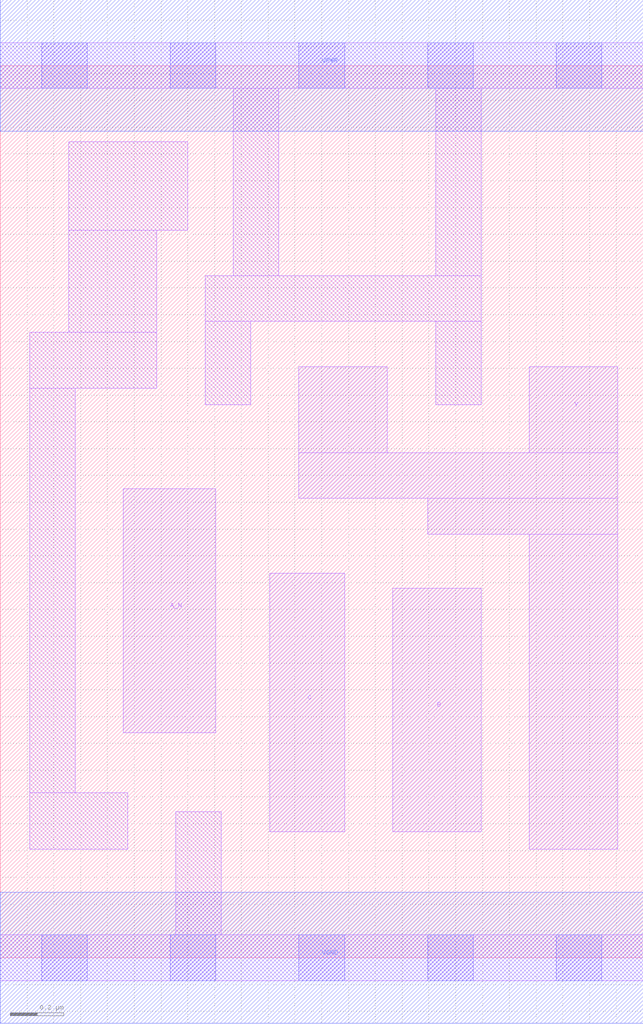
<source format=lef>
# Copyright 2020 The SkyWater PDK Authors
#
# Licensed under the Apache License, Version 2.0 (the "License");
# you may not use this file except in compliance with the License.
# You may obtain a copy of the License at
#
#     https://www.apache.org/licenses/LICENSE-2.0
#
# Unless required by applicable law or agreed to in writing, software
# distributed under the License is distributed on an "AS IS" BASIS,
# WITHOUT WARRANTIES OR CONDITIONS OF ANY KIND, either express or implied.
# See the License for the specific language governing permissions and
# limitations under the License.
#
# SPDX-License-Identifier: Apache-2.0

VERSION 5.7 ;
  NAMESCASESENSITIVE ON ;
  NOWIREEXTENSIONATPIN ON ;
  DIVIDERCHAR "/" ;
  BUSBITCHARS "[]" ;
UNITS
  DATABASE MICRONS 200 ;
END UNITS
MACRO sky130_fd_sc_lp__nand3b_m
  CLASS CORE ;
  FOREIGN sky130_fd_sc_lp__nand3b_m ;
  ORIGIN  0.000000  0.000000 ;
  SIZE  2.400000 BY  3.330000 ;
  SYMMETRY X Y R90 ;
  SITE unit ;
  PIN A_N
    ANTENNAGATEAREA  0.126000 ;
    DIRECTION INPUT ;
    USE SIGNAL ;
    PORT
      LAYER li1 ;
        RECT 0.460000 0.840000 0.805000 1.750000 ;
    END
  END A_N
  PIN B
    ANTENNAGATEAREA  0.126000 ;
    DIRECTION INPUT ;
    USE SIGNAL ;
    PORT
      LAYER li1 ;
        RECT 1.465000 0.470000 1.795000 1.380000 ;
    END
  END B
  PIN C
    ANTENNAGATEAREA  0.126000 ;
    DIRECTION INPUT ;
    USE SIGNAL ;
    PORT
      LAYER li1 ;
        RECT 1.005000 0.470000 1.285000 1.435000 ;
    END
  END C
  PIN Y
    ANTENNADIFFAREA  0.350700 ;
    DIRECTION OUTPUT ;
    USE SIGNAL ;
    PORT
      LAYER li1 ;
        RECT 1.115000 1.715000 2.305000 1.885000 ;
        RECT 1.115000 1.885000 1.445000 2.205000 ;
        RECT 1.595000 1.580000 2.305000 1.715000 ;
        RECT 1.975000 0.405000 2.305000 1.580000 ;
        RECT 1.975000 1.885000 2.305000 2.205000 ;
    END
  END Y
  PIN VGND
    DIRECTION INOUT ;
    USE GROUND ;
    PORT
      LAYER met1 ;
        RECT 0.000000 -0.245000 2.400000 0.245000 ;
    END
  END VGND
  PIN VPWR
    DIRECTION INOUT ;
    USE POWER ;
    PORT
      LAYER met1 ;
        RECT 0.000000 3.085000 2.400000 3.575000 ;
    END
  END VPWR
  OBS
    LAYER li1 ;
      RECT 0.000000 -0.085000 2.400000 0.085000 ;
      RECT 0.000000  3.245000 2.400000 3.415000 ;
      RECT 0.110000  0.405000 0.475000 0.615000 ;
      RECT 0.110000  0.615000 0.280000 2.125000 ;
      RECT 0.110000  2.125000 0.585000 2.335000 ;
      RECT 0.255000  2.335000 0.585000 2.715000 ;
      RECT 0.255000  2.715000 0.700000 3.045000 ;
      RECT 0.655000  0.085000 0.825000 0.545000 ;
      RECT 0.765000  2.065000 0.935000 2.375000 ;
      RECT 0.765000  2.375000 1.795000 2.545000 ;
      RECT 0.870000  2.545000 1.040000 3.245000 ;
      RECT 1.625000  2.065000 1.795000 2.375000 ;
      RECT 1.625000  2.545000 1.795000 3.245000 ;
    LAYER mcon ;
      RECT 0.155000 -0.085000 0.325000 0.085000 ;
      RECT 0.155000  3.245000 0.325000 3.415000 ;
      RECT 0.635000 -0.085000 0.805000 0.085000 ;
      RECT 0.635000  3.245000 0.805000 3.415000 ;
      RECT 1.115000 -0.085000 1.285000 0.085000 ;
      RECT 1.115000  3.245000 1.285000 3.415000 ;
      RECT 1.595000 -0.085000 1.765000 0.085000 ;
      RECT 1.595000  3.245000 1.765000 3.415000 ;
      RECT 2.075000 -0.085000 2.245000 0.085000 ;
      RECT 2.075000  3.245000 2.245000 3.415000 ;
  END
END sky130_fd_sc_lp__nand3b_m
END LIBRARY

</source>
